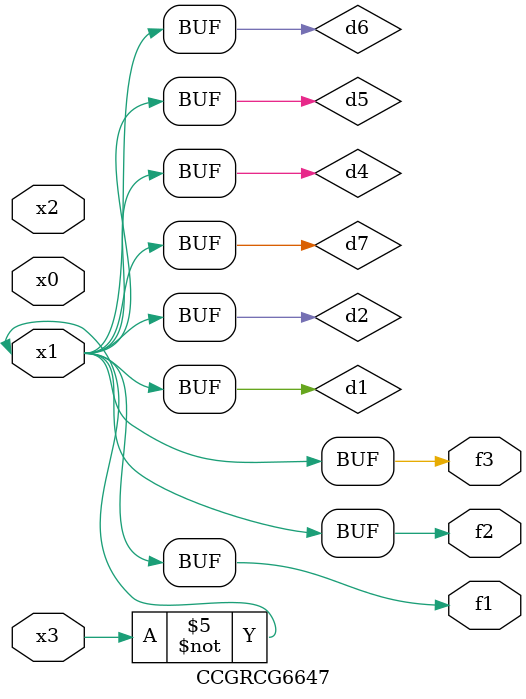
<source format=v>
module CCGRCG6647(
	input x0, x1, x2, x3,
	output f1, f2, f3
);

	wire d1, d2, d3, d4, d5, d6, d7;

	not (d1, x3);
	buf (d2, x1);
	xnor (d3, d1, d2);
	nor (d4, d1);
	buf (d5, d1, d2);
	buf (d6, d4, d5);
	nand (d7, d4);
	assign f1 = d6;
	assign f2 = d7;
	assign f3 = d6;
endmodule

</source>
